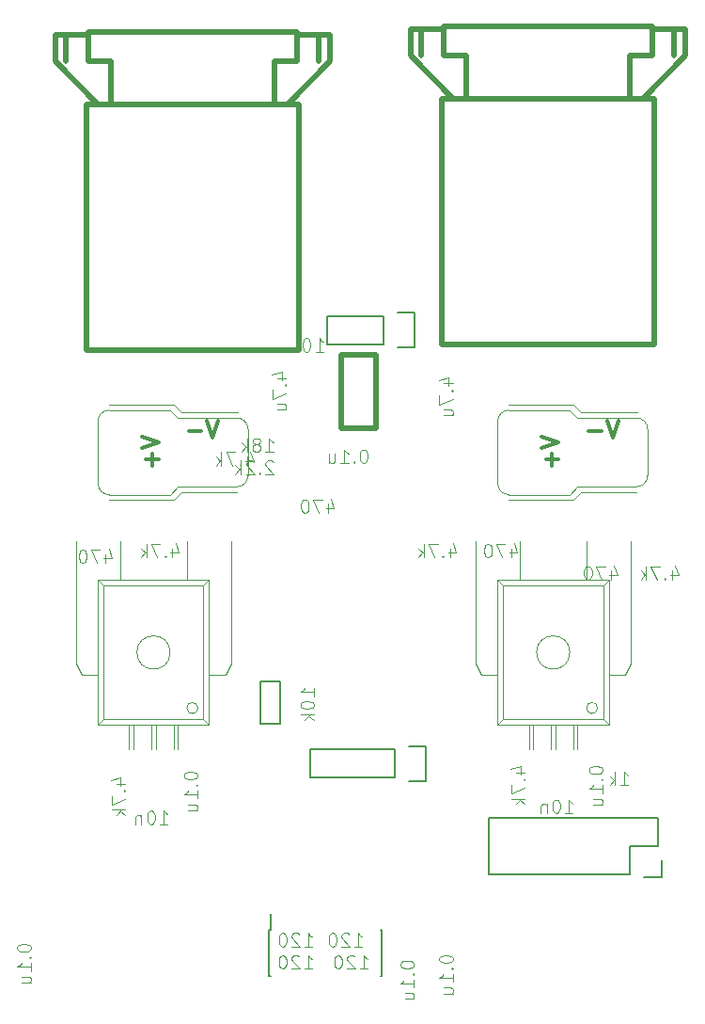
<source format=gbr>
G04 #@! TF.FileFunction,Legend,Bot*
%FSLAX46Y46*%
G04 Gerber Fmt 4.6, Leading zero omitted, Abs format (unit mm)*
G04 Created by KiCad (PCBNEW 4.0.5) date 02/09/17 17:45:46*
%MOMM*%
%LPD*%
G01*
G04 APERTURE LIST*
%ADD10C,0.100000*%
%ADD11C,0.500000*%
%ADD12C,0.150000*%
%ADD13C,0.101600*%
%ADD14C,0.304800*%
G04 APERTURE END LIST*
D10*
D11*
X48600000Y11700000D02*
X48600000Y14100000D01*
X47700000Y14100000D02*
X47700000Y11700000D01*
X50600000Y14100000D02*
X47700000Y14100000D01*
X72400000Y14100000D02*
X72400000Y11700000D01*
X71400000Y11700000D02*
X71400000Y14100000D01*
X69400000Y14100000D02*
X72400000Y14100000D01*
X50600000Y14300000D02*
X69400000Y14300000D01*
X72400000Y11700000D02*
X68600000Y7800000D01*
X47700000Y11700000D02*
X51500000Y7800000D01*
X52700000Y11700000D02*
X52700000Y7800000D01*
X67400000Y11700000D02*
X67400000Y7800000D01*
X69400000Y11700000D02*
X67400000Y11700000D01*
X69400000Y11700000D02*
X69400000Y14300000D01*
X50600000Y11700000D02*
X52700000Y11700000D01*
X50600000Y11700000D02*
X50600000Y14300000D01*
X50500000Y-14300000D02*
X69600000Y-14300000D01*
X69600000Y-14300000D02*
X69600000Y7800000D01*
X69600000Y7800000D02*
X50500000Y7800000D01*
X50500000Y-14300000D02*
X50500000Y7800000D01*
X16600000Y11200000D02*
X16600000Y13600000D01*
X15700000Y13600000D02*
X15700000Y11200000D01*
X18600000Y13600000D02*
X15700000Y13600000D01*
X40400000Y13600000D02*
X40400000Y11200000D01*
X39400000Y11200000D02*
X39400000Y13600000D01*
X37400000Y13600000D02*
X40400000Y13600000D01*
X18600000Y13800000D02*
X37400000Y13800000D01*
X40400000Y11200000D02*
X36600000Y7300000D01*
X15700000Y11200000D02*
X19500000Y7300000D01*
X20700000Y11200000D02*
X20700000Y7300000D01*
X35400000Y11200000D02*
X35400000Y7300000D01*
X37400000Y11200000D02*
X35400000Y11200000D01*
X37400000Y11200000D02*
X37400000Y13800000D01*
X18600000Y11200000D02*
X20700000Y11200000D01*
X18600000Y11200000D02*
X18600000Y13800000D01*
X18500000Y-14800000D02*
X37600000Y-14800000D01*
X37600000Y-14800000D02*
X37600000Y7300000D01*
X37600000Y7300000D02*
X18500000Y7300000D01*
X18500000Y-14800000D02*
X18500000Y7300000D01*
D10*
X29000000Y-48000000D02*
X29000000Y-36000000D01*
X20000000Y-48000000D02*
X29000000Y-48000000D01*
X29000000Y-48000000D02*
X29500000Y-48500000D01*
X20000000Y-36000000D02*
X20000000Y-48000000D01*
X20000000Y-48000000D02*
X19500000Y-48500000D01*
X20000000Y-36000000D02*
X19500000Y-35500000D01*
X29000000Y-36000000D02*
X20000000Y-36000000D01*
X29500000Y-35500000D02*
X29000000Y-36000000D01*
X17500000Y-43000000D02*
X17500000Y-32000000D01*
X18000000Y-44000000D02*
X19500000Y-44000000D01*
X18000000Y-44000000D02*
X17500000Y-43000000D01*
X31500000Y-43000000D02*
X31500000Y-32000000D01*
X31000000Y-44000000D02*
X29500000Y-44000000D01*
X31500000Y-43000000D02*
X31000000Y-44000000D01*
X28500000Y-47000000D02*
G75*
G03X28500000Y-47000000I-500000J0D01*
G01*
X26000000Y-42000000D02*
G75*
G03X26000000Y-42000000I-1500000J0D01*
G01*
X22300000Y-48500000D02*
X22300000Y-50700000D01*
X22700000Y-48500000D02*
X22700000Y-50700000D01*
X26300000Y-48500000D02*
X26300000Y-50700000D01*
X26700000Y-48500000D02*
X26700000Y-50700000D01*
X24300000Y-48500000D02*
X24300000Y-50700000D01*
X24700000Y-48500000D02*
X24700000Y-50700000D01*
X21500000Y-32000000D02*
X21500000Y-35500000D01*
X27500000Y-32000000D02*
X27500000Y-35500000D01*
X19500000Y-48500000D02*
X29500000Y-48500000D01*
X29500000Y-35500000D02*
X19500000Y-35500000D01*
X29500000Y-35500000D02*
X29500000Y-48500000D01*
X19500000Y-35500000D02*
X19500000Y-48500000D01*
X65000000Y-48000000D02*
X65000000Y-36000000D01*
X56000000Y-48000000D02*
X65000000Y-48000000D01*
X65000000Y-48000000D02*
X65500000Y-48500000D01*
X56000000Y-36000000D02*
X56000000Y-48000000D01*
X56000000Y-48000000D02*
X55500000Y-48500000D01*
X56000000Y-36000000D02*
X55500000Y-35500000D01*
X65000000Y-36000000D02*
X56000000Y-36000000D01*
X65500000Y-35500000D02*
X65000000Y-36000000D01*
X53500000Y-43000000D02*
X53500000Y-32000000D01*
X54000000Y-44000000D02*
X55500000Y-44000000D01*
X54000000Y-44000000D02*
X53500000Y-43000000D01*
X67500000Y-43000000D02*
X67500000Y-32000000D01*
X67000000Y-44000000D02*
X65500000Y-44000000D01*
X67500000Y-43000000D02*
X67000000Y-44000000D01*
X64500000Y-47000000D02*
G75*
G03X64500000Y-47000000I-500000J0D01*
G01*
X62000000Y-42000000D02*
G75*
G03X62000000Y-42000000I-1500000J0D01*
G01*
X58300000Y-48500000D02*
X58300000Y-50700000D01*
X58700000Y-48500000D02*
X58700000Y-50700000D01*
X62300000Y-48500000D02*
X62300000Y-50700000D01*
X62700000Y-48500000D02*
X62700000Y-50700000D01*
X60300000Y-48500000D02*
X60300000Y-50700000D01*
X60700000Y-48500000D02*
X60700000Y-50700000D01*
X57500000Y-32000000D02*
X57500000Y-35500000D01*
X63500000Y-32000000D02*
X63500000Y-35500000D01*
X55500000Y-48500000D02*
X65500000Y-48500000D01*
X65500000Y-35500000D02*
X55500000Y-35500000D01*
X65500000Y-35500000D02*
X65500000Y-48500000D01*
X55500000Y-35500000D02*
X55500000Y-48500000D01*
D12*
X46230000Y-53270000D02*
X38610000Y-53270000D01*
X46230000Y-50730000D02*
X38610000Y-50730000D01*
X49050000Y-50450000D02*
X47500000Y-50450000D01*
X38610000Y-53270000D02*
X38610000Y-50730000D01*
X46230000Y-50730000D02*
X46230000Y-53270000D01*
X47500000Y-53550000D02*
X49050000Y-53550000D01*
X49050000Y-53550000D02*
X49050000Y-50450000D01*
X54730000Y-56890000D02*
X69970000Y-56890000D01*
X67430000Y-61970000D02*
X54730000Y-61970000D01*
X54730000Y-56890000D02*
X54730000Y-61970000D01*
X69970000Y-56890000D02*
X69970000Y-59430000D01*
X70250000Y-60700000D02*
X70250000Y-62250000D01*
X69970000Y-59430000D02*
X67430000Y-59430000D01*
X67430000Y-59430000D02*
X67430000Y-61970000D01*
X70250000Y-62250000D02*
X68700000Y-62250000D01*
D11*
X44500000Y-15200000D02*
X41400000Y-15200000D01*
X44500000Y-21800000D02*
X41400000Y-21800000D01*
X41400000Y-21800000D02*
X41400000Y-15200000D01*
X44500000Y-21800000D02*
X44500000Y-15200000D01*
D12*
X35889000Y-44595000D02*
X35889000Y-48405000D01*
X35889000Y-48405000D02*
X34111000Y-48405000D01*
X34111000Y-48405000D02*
X34111000Y-44595000D01*
X35889000Y-44595000D02*
X34111000Y-44595000D01*
X34925000Y-66925000D02*
X35030000Y-66925000D01*
X34925000Y-71075000D02*
X35030000Y-71075000D01*
X45075000Y-71075000D02*
X44970000Y-71075000D01*
X45075000Y-66925000D02*
X44970000Y-66925000D01*
X34925000Y-66925000D02*
X34925000Y-71075000D01*
X45075000Y-66925000D02*
X45075000Y-71075000D01*
X35030000Y-66925000D02*
X35030000Y-65550000D01*
D10*
X20500000Y-28300000D02*
X26300000Y-28300000D01*
X32000000Y-27600000D02*
X27000000Y-27600000D01*
X32100000Y-20400000D02*
X27000000Y-20400000D01*
X20500000Y-19700000D02*
X26300000Y-19700000D01*
X20500000Y-20200000D02*
X26000000Y-20200000D01*
X19500000Y-26800000D02*
X19500000Y-21200000D01*
X26000000Y-27800000D02*
X20500000Y-27800000D01*
X32000000Y-27100000D02*
X26700000Y-27100000D01*
X32000000Y-20900000D02*
X26700000Y-20900000D01*
X33000000Y-26100000D02*
X33000000Y-21900000D01*
X33000000Y-26100000D02*
G75*
G02X32000000Y-27100000I-1000000J0D01*
G01*
X32000000Y-20900000D02*
G75*
G02X33000000Y-21900000I0J-1000000D01*
G01*
X20500000Y-27800000D02*
G75*
G02X19500000Y-26800000I0J1000000D01*
G01*
X19500000Y-21200000D02*
G75*
G02X20500000Y-20200000I1000000J0D01*
G01*
X26300000Y-19700000D02*
X27000000Y-20400000D01*
X26300000Y-28300000D02*
X27000000Y-27600000D01*
X26000000Y-27800000D02*
X26700000Y-27100000D01*
X26000000Y-20200000D02*
X26700000Y-20900000D01*
X56500000Y-28300000D02*
X62300000Y-28300000D01*
X68000000Y-27600000D02*
X63000000Y-27600000D01*
X68100000Y-20400000D02*
X63000000Y-20400000D01*
X56500000Y-19700000D02*
X62300000Y-19700000D01*
X56500000Y-20200000D02*
X62000000Y-20200000D01*
X55500000Y-26800000D02*
X55500000Y-21200000D01*
X62000000Y-27800000D02*
X56500000Y-27800000D01*
X68000000Y-27100000D02*
X62700000Y-27100000D01*
X68000000Y-20900000D02*
X62700000Y-20900000D01*
X69000000Y-26100000D02*
X69000000Y-21900000D01*
X69000000Y-26100000D02*
G75*
G02X68000000Y-27100000I-1000000J0D01*
G01*
X68000000Y-20900000D02*
G75*
G02X69000000Y-21900000I0J-1000000D01*
G01*
X56500000Y-27800000D02*
G75*
G02X55500000Y-26800000I0J1000000D01*
G01*
X55500000Y-21200000D02*
G75*
G02X56500000Y-20200000I1000000J0D01*
G01*
X62300000Y-19700000D02*
X63000000Y-20400000D01*
X62300000Y-28300000D02*
X63000000Y-27600000D01*
X62000000Y-27800000D02*
X62700000Y-27100000D01*
X62000000Y-20200000D02*
X62700000Y-20900000D01*
D12*
X45230000Y-14270000D02*
X40150000Y-14270000D01*
X40150000Y-14270000D02*
X40150000Y-11730000D01*
X40150000Y-11730000D02*
X45230000Y-11730000D01*
X48050000Y-11450000D02*
X46500000Y-11450000D01*
X45230000Y-11730000D02*
X45230000Y-14270000D01*
X46500000Y-14550000D02*
X48050000Y-14550000D01*
X48050000Y-14550000D02*
X48050000Y-11450000D01*
D13*
X50236048Y-69517071D02*
X50236048Y-69631976D01*
X50293500Y-69746881D01*
X50350952Y-69804333D01*
X50465857Y-69861786D01*
X50695667Y-69919238D01*
X50982929Y-69919238D01*
X51212738Y-69861786D01*
X51327643Y-69804333D01*
X51385095Y-69746881D01*
X51442548Y-69631976D01*
X51442548Y-69517071D01*
X51385095Y-69402167D01*
X51327643Y-69344714D01*
X51212738Y-69287262D01*
X50982929Y-69229810D01*
X50695667Y-69229810D01*
X50465857Y-69287262D01*
X50350952Y-69344714D01*
X50293500Y-69402167D01*
X50236048Y-69517071D01*
X51327643Y-70436310D02*
X51385095Y-70493762D01*
X51442548Y-70436310D01*
X51385095Y-70378858D01*
X51327643Y-70436310D01*
X51442548Y-70436310D01*
X51442548Y-71642810D02*
X51442548Y-70953382D01*
X51442548Y-71298096D02*
X50236048Y-71298096D01*
X50408405Y-71183191D01*
X50523310Y-71068286D01*
X50580762Y-70953382D01*
X50638214Y-72676953D02*
X51442548Y-72676953D01*
X50638214Y-72159882D02*
X51270190Y-72159882D01*
X51385095Y-72217334D01*
X51442548Y-72332239D01*
X51442548Y-72504596D01*
X51385095Y-72619501D01*
X51327643Y-72676953D01*
X27236048Y-53017071D02*
X27236048Y-53131976D01*
X27293500Y-53246881D01*
X27350952Y-53304333D01*
X27465857Y-53361786D01*
X27695667Y-53419238D01*
X27982929Y-53419238D01*
X28212738Y-53361786D01*
X28327643Y-53304333D01*
X28385095Y-53246881D01*
X28442548Y-53131976D01*
X28442548Y-53017071D01*
X28385095Y-52902167D01*
X28327643Y-52844714D01*
X28212738Y-52787262D01*
X27982929Y-52729810D01*
X27695667Y-52729810D01*
X27465857Y-52787262D01*
X27350952Y-52844714D01*
X27293500Y-52902167D01*
X27236048Y-53017071D01*
X28327643Y-53936310D02*
X28385095Y-53993762D01*
X28442548Y-53936310D01*
X28385095Y-53878858D01*
X28327643Y-53936310D01*
X28442548Y-53936310D01*
X28442548Y-55142810D02*
X28442548Y-54453382D01*
X28442548Y-54798096D02*
X27236048Y-54798096D01*
X27408405Y-54683191D01*
X27523310Y-54568286D01*
X27580762Y-54453382D01*
X27638214Y-56176953D02*
X28442548Y-56176953D01*
X27638214Y-55659882D02*
X28270190Y-55659882D01*
X28385095Y-55717334D01*
X28442548Y-55832239D01*
X28442548Y-56004596D01*
X28385095Y-56119501D01*
X28327643Y-56176953D01*
X46736048Y-70017071D02*
X46736048Y-70131976D01*
X46793500Y-70246881D01*
X46850952Y-70304333D01*
X46965857Y-70361786D01*
X47195667Y-70419238D01*
X47482929Y-70419238D01*
X47712738Y-70361786D01*
X47827643Y-70304333D01*
X47885095Y-70246881D01*
X47942548Y-70131976D01*
X47942548Y-70017071D01*
X47885095Y-69902167D01*
X47827643Y-69844714D01*
X47712738Y-69787262D01*
X47482929Y-69729810D01*
X47195667Y-69729810D01*
X46965857Y-69787262D01*
X46850952Y-69844714D01*
X46793500Y-69902167D01*
X46736048Y-70017071D01*
X47827643Y-70936310D02*
X47885095Y-70993762D01*
X47942548Y-70936310D01*
X47885095Y-70878858D01*
X47827643Y-70936310D01*
X47942548Y-70936310D01*
X47942548Y-72142810D02*
X47942548Y-71453382D01*
X47942548Y-71798096D02*
X46736048Y-71798096D01*
X46908405Y-71683191D01*
X47023310Y-71568286D01*
X47080762Y-71453382D01*
X47138214Y-73176953D02*
X47942548Y-73176953D01*
X47138214Y-72659882D02*
X47770190Y-72659882D01*
X47885095Y-72717334D01*
X47942548Y-72832239D01*
X47942548Y-73004596D01*
X47885095Y-73119501D01*
X47827643Y-73176953D01*
X63736048Y-52517071D02*
X63736048Y-52631976D01*
X63793500Y-52746881D01*
X63850952Y-52804333D01*
X63965857Y-52861786D01*
X64195667Y-52919238D01*
X64482929Y-52919238D01*
X64712738Y-52861786D01*
X64827643Y-52804333D01*
X64885095Y-52746881D01*
X64942548Y-52631976D01*
X64942548Y-52517071D01*
X64885095Y-52402167D01*
X64827643Y-52344714D01*
X64712738Y-52287262D01*
X64482929Y-52229810D01*
X64195667Y-52229810D01*
X63965857Y-52287262D01*
X63850952Y-52344714D01*
X63793500Y-52402167D01*
X63736048Y-52517071D01*
X64827643Y-53436310D02*
X64885095Y-53493762D01*
X64942548Y-53436310D01*
X64885095Y-53378858D01*
X64827643Y-53436310D01*
X64942548Y-53436310D01*
X64942548Y-54642810D02*
X64942548Y-53953382D01*
X64942548Y-54298096D02*
X63736048Y-54298096D01*
X63908405Y-54183191D01*
X64023310Y-54068286D01*
X64080762Y-53953382D01*
X64138214Y-55676953D02*
X64942548Y-55676953D01*
X64138214Y-55159882D02*
X64770190Y-55159882D01*
X64885095Y-55217334D01*
X64942548Y-55332239D01*
X64942548Y-55504596D01*
X64885095Y-55619501D01*
X64827643Y-55676953D01*
X12236048Y-68517071D02*
X12236048Y-68631976D01*
X12293500Y-68746881D01*
X12350952Y-68804333D01*
X12465857Y-68861786D01*
X12695667Y-68919238D01*
X12982929Y-68919238D01*
X13212738Y-68861786D01*
X13327643Y-68804333D01*
X13385095Y-68746881D01*
X13442548Y-68631976D01*
X13442548Y-68517071D01*
X13385095Y-68402167D01*
X13327643Y-68344714D01*
X13212738Y-68287262D01*
X12982929Y-68229810D01*
X12695667Y-68229810D01*
X12465857Y-68287262D01*
X12350952Y-68344714D01*
X12293500Y-68402167D01*
X12236048Y-68517071D01*
X13327643Y-69436310D02*
X13385095Y-69493762D01*
X13442548Y-69436310D01*
X13385095Y-69378858D01*
X13327643Y-69436310D01*
X13442548Y-69436310D01*
X13442548Y-70642810D02*
X13442548Y-69953382D01*
X13442548Y-70298096D02*
X12236048Y-70298096D01*
X12408405Y-70183191D01*
X12523310Y-70068286D01*
X12580762Y-69953382D01*
X12638214Y-71676953D02*
X13442548Y-71676953D01*
X12638214Y-71159882D02*
X13270190Y-71159882D01*
X13385095Y-71217334D01*
X13442548Y-71332239D01*
X13442548Y-71504596D01*
X13385095Y-71619501D01*
X13327643Y-71676953D01*
X25080762Y-57442548D02*
X25770190Y-57442548D01*
X25425476Y-57442548D02*
X25425476Y-56236048D01*
X25540381Y-56408405D01*
X25655286Y-56523310D01*
X25770190Y-56580762D01*
X24333881Y-56236048D02*
X24218976Y-56236048D01*
X24104071Y-56293500D01*
X24046619Y-56350952D01*
X23989166Y-56465857D01*
X23931714Y-56695667D01*
X23931714Y-56982929D01*
X23989166Y-57212738D01*
X24046619Y-57327643D01*
X24104071Y-57385095D01*
X24218976Y-57442548D01*
X24333881Y-57442548D01*
X24448785Y-57385095D01*
X24506238Y-57327643D01*
X24563690Y-57212738D01*
X24621142Y-56982929D01*
X24621142Y-56695667D01*
X24563690Y-56465857D01*
X24506238Y-56350952D01*
X24448785Y-56293500D01*
X24333881Y-56236048D01*
X23414642Y-56638214D02*
X23414642Y-57442548D01*
X23414642Y-56753119D02*
X23357190Y-56695667D01*
X23242285Y-56638214D01*
X23069928Y-56638214D01*
X22955023Y-56695667D01*
X22897571Y-56810571D01*
X22897571Y-57442548D01*
X61580762Y-56442548D02*
X62270190Y-56442548D01*
X61925476Y-56442548D02*
X61925476Y-55236048D01*
X62040381Y-55408405D01*
X62155286Y-55523310D01*
X62270190Y-55580762D01*
X60833881Y-55236048D02*
X60718976Y-55236048D01*
X60604071Y-55293500D01*
X60546619Y-55350952D01*
X60489166Y-55465857D01*
X60431714Y-55695667D01*
X60431714Y-55982929D01*
X60489166Y-56212738D01*
X60546619Y-56327643D01*
X60604071Y-56385095D01*
X60718976Y-56442548D01*
X60833881Y-56442548D01*
X60948785Y-56385095D01*
X61006238Y-56327643D01*
X61063690Y-56212738D01*
X61121142Y-55982929D01*
X61121142Y-55695667D01*
X61063690Y-55465857D01*
X61006238Y-55350952D01*
X60948785Y-55293500D01*
X60833881Y-55236048D01*
X59914642Y-55638214D02*
X59914642Y-56442548D01*
X59914642Y-55753119D02*
X59857190Y-55695667D01*
X59742285Y-55638214D01*
X59569928Y-55638214D01*
X59455023Y-55695667D01*
X59397571Y-55810571D01*
X59397571Y-56442548D01*
X38080762Y-68442548D02*
X38770190Y-68442548D01*
X38425476Y-68442548D02*
X38425476Y-67236048D01*
X38540381Y-67408405D01*
X38655286Y-67523310D01*
X38770190Y-67580762D01*
X37621142Y-67350952D02*
X37563690Y-67293500D01*
X37448785Y-67236048D01*
X37161523Y-67236048D01*
X37046619Y-67293500D01*
X36989166Y-67350952D01*
X36931714Y-67465857D01*
X36931714Y-67580762D01*
X36989166Y-67753119D01*
X37678595Y-68442548D01*
X36931714Y-68442548D01*
X36184833Y-67236048D02*
X36069928Y-67236048D01*
X35955023Y-67293500D01*
X35897571Y-67350952D01*
X35840118Y-67465857D01*
X35782666Y-67695667D01*
X35782666Y-67982929D01*
X35840118Y-68212738D01*
X35897571Y-68327643D01*
X35955023Y-68385095D01*
X36069928Y-68442548D01*
X36184833Y-68442548D01*
X36299737Y-68385095D01*
X36357190Y-68327643D01*
X36414642Y-68212738D01*
X36472094Y-67982929D01*
X36472094Y-67695667D01*
X36414642Y-67465857D01*
X36357190Y-67350952D01*
X36299737Y-67293500D01*
X36184833Y-67236048D01*
X42580762Y-68442548D02*
X43270190Y-68442548D01*
X42925476Y-68442548D02*
X42925476Y-67236048D01*
X43040381Y-67408405D01*
X43155286Y-67523310D01*
X43270190Y-67580762D01*
X42121142Y-67350952D02*
X42063690Y-67293500D01*
X41948785Y-67236048D01*
X41661523Y-67236048D01*
X41546619Y-67293500D01*
X41489166Y-67350952D01*
X41431714Y-67465857D01*
X41431714Y-67580762D01*
X41489166Y-67753119D01*
X42178595Y-68442548D01*
X41431714Y-68442548D01*
X40684833Y-67236048D02*
X40569928Y-67236048D01*
X40455023Y-67293500D01*
X40397571Y-67350952D01*
X40340118Y-67465857D01*
X40282666Y-67695667D01*
X40282666Y-67982929D01*
X40340118Y-68212738D01*
X40397571Y-68327643D01*
X40455023Y-68385095D01*
X40569928Y-68442548D01*
X40684833Y-68442548D01*
X40799737Y-68385095D01*
X40857190Y-68327643D01*
X40914642Y-68212738D01*
X40972094Y-67982929D01*
X40972094Y-67695667D01*
X40914642Y-67465857D01*
X40857190Y-67350952D01*
X40799737Y-67293500D01*
X40684833Y-67236048D01*
X38080762Y-70442548D02*
X38770190Y-70442548D01*
X38425476Y-70442548D02*
X38425476Y-69236048D01*
X38540381Y-69408405D01*
X38655286Y-69523310D01*
X38770190Y-69580762D01*
X37621142Y-69350952D02*
X37563690Y-69293500D01*
X37448785Y-69236048D01*
X37161523Y-69236048D01*
X37046619Y-69293500D01*
X36989166Y-69350952D01*
X36931714Y-69465857D01*
X36931714Y-69580762D01*
X36989166Y-69753119D01*
X37678595Y-70442548D01*
X36931714Y-70442548D01*
X36184833Y-69236048D02*
X36069928Y-69236048D01*
X35955023Y-69293500D01*
X35897571Y-69350952D01*
X35840118Y-69465857D01*
X35782666Y-69695667D01*
X35782666Y-69982929D01*
X35840118Y-70212738D01*
X35897571Y-70327643D01*
X35955023Y-70385095D01*
X36069928Y-70442548D01*
X36184833Y-70442548D01*
X36299737Y-70385095D01*
X36357190Y-70327643D01*
X36414642Y-70212738D01*
X36472094Y-69982929D01*
X36472094Y-69695667D01*
X36414642Y-69465857D01*
X36357190Y-69350952D01*
X36299737Y-69293500D01*
X36184833Y-69236048D01*
X43080762Y-70442548D02*
X43770190Y-70442548D01*
X43425476Y-70442548D02*
X43425476Y-69236048D01*
X43540381Y-69408405D01*
X43655286Y-69523310D01*
X43770190Y-69580762D01*
X42621142Y-69350952D02*
X42563690Y-69293500D01*
X42448785Y-69236048D01*
X42161523Y-69236048D01*
X42046619Y-69293500D01*
X41989166Y-69350952D01*
X41931714Y-69465857D01*
X41931714Y-69580762D01*
X41989166Y-69753119D01*
X42678595Y-70442548D01*
X41931714Y-70442548D01*
X41184833Y-69236048D02*
X41069928Y-69236048D01*
X40955023Y-69293500D01*
X40897571Y-69350952D01*
X40840118Y-69465857D01*
X40782666Y-69695667D01*
X40782666Y-69982929D01*
X40840118Y-70212738D01*
X40897571Y-70327643D01*
X40955023Y-70385095D01*
X41069928Y-70442548D01*
X41184833Y-70442548D01*
X41299737Y-70385095D01*
X41357190Y-70327643D01*
X41414642Y-70212738D01*
X41472094Y-69982929D01*
X41472094Y-69695667D01*
X41414642Y-69465857D01*
X41357190Y-69350952D01*
X41299737Y-69293500D01*
X41184833Y-69236048D01*
X21138214Y-53804333D02*
X21942548Y-53804333D01*
X20678595Y-53517071D02*
X21540381Y-53229810D01*
X21540381Y-53976690D01*
X21827643Y-54436310D02*
X21885095Y-54493762D01*
X21942548Y-54436310D01*
X21885095Y-54378858D01*
X21827643Y-54436310D01*
X21942548Y-54436310D01*
X20736048Y-54895929D02*
X20736048Y-55700262D01*
X21942548Y-55183191D01*
X21942548Y-56159882D02*
X20736048Y-56159882D01*
X21482929Y-56274787D02*
X21942548Y-56619501D01*
X21138214Y-56619501D02*
X21597833Y-56159882D01*
X57138214Y-52804333D02*
X57942548Y-52804333D01*
X56678595Y-52517071D02*
X57540381Y-52229810D01*
X57540381Y-52976690D01*
X57827643Y-53436310D02*
X57885095Y-53493762D01*
X57942548Y-53436310D01*
X57885095Y-53378858D01*
X57827643Y-53436310D01*
X57942548Y-53436310D01*
X56736048Y-53895929D02*
X56736048Y-54700262D01*
X57942548Y-54183191D01*
X57942548Y-55159882D02*
X56736048Y-55159882D01*
X57482929Y-55274787D02*
X57942548Y-55619501D01*
X57138214Y-55619501D02*
X57597833Y-55159882D01*
X43482929Y-23736048D02*
X43368024Y-23736048D01*
X43253119Y-23793500D01*
X43195667Y-23850952D01*
X43138214Y-23965857D01*
X43080762Y-24195667D01*
X43080762Y-24482929D01*
X43138214Y-24712738D01*
X43195667Y-24827643D01*
X43253119Y-24885095D01*
X43368024Y-24942548D01*
X43482929Y-24942548D01*
X43597833Y-24885095D01*
X43655286Y-24827643D01*
X43712738Y-24712738D01*
X43770190Y-24482929D01*
X43770190Y-24195667D01*
X43712738Y-23965857D01*
X43655286Y-23850952D01*
X43597833Y-23793500D01*
X43482929Y-23736048D01*
X42563690Y-24827643D02*
X42506238Y-24885095D01*
X42563690Y-24942548D01*
X42621142Y-24885095D01*
X42563690Y-24827643D01*
X42563690Y-24942548D01*
X41357190Y-24942548D02*
X42046618Y-24942548D01*
X41701904Y-24942548D02*
X41701904Y-23736048D01*
X41816809Y-23908405D01*
X41931714Y-24023310D01*
X42046618Y-24080762D01*
X40323047Y-24138214D02*
X40323047Y-24942548D01*
X40840118Y-24138214D02*
X40840118Y-24770190D01*
X40782666Y-24885095D01*
X40667761Y-24942548D01*
X40495404Y-24942548D01*
X40380499Y-24885095D01*
X40323047Y-24827643D01*
X34580762Y-23942548D02*
X35270190Y-23942548D01*
X34925476Y-23942548D02*
X34925476Y-22736048D01*
X35040381Y-22908405D01*
X35155286Y-23023310D01*
X35270190Y-23080762D01*
X33891333Y-23253119D02*
X34006238Y-23195667D01*
X34063690Y-23138214D01*
X34121142Y-23023310D01*
X34121142Y-22965857D01*
X34063690Y-22850952D01*
X34006238Y-22793500D01*
X33891333Y-22736048D01*
X33661523Y-22736048D01*
X33546619Y-22793500D01*
X33489166Y-22850952D01*
X33431714Y-22965857D01*
X33431714Y-23023310D01*
X33489166Y-23138214D01*
X33546619Y-23195667D01*
X33661523Y-23253119D01*
X33891333Y-23253119D01*
X34006238Y-23310571D01*
X34063690Y-23368024D01*
X34121142Y-23482929D01*
X34121142Y-23712738D01*
X34063690Y-23827643D01*
X34006238Y-23885095D01*
X33891333Y-23942548D01*
X33661523Y-23942548D01*
X33546619Y-23885095D01*
X33489166Y-23827643D01*
X33431714Y-23712738D01*
X33431714Y-23482929D01*
X33489166Y-23368024D01*
X33546619Y-23310571D01*
X33661523Y-23253119D01*
X32914642Y-23942548D02*
X32914642Y-22736048D01*
X32799737Y-23482929D02*
X32455023Y-23942548D01*
X32455023Y-23138214D02*
X32914642Y-23597833D01*
X35270190Y-24850952D02*
X35212738Y-24793500D01*
X35097833Y-24736048D01*
X34810571Y-24736048D01*
X34695667Y-24793500D01*
X34638214Y-24850952D01*
X34580762Y-24965857D01*
X34580762Y-25080762D01*
X34638214Y-25253119D01*
X35327643Y-25942548D01*
X34580762Y-25942548D01*
X34063690Y-25827643D02*
X34006238Y-25885095D01*
X34063690Y-25942548D01*
X34121142Y-25885095D01*
X34063690Y-25827643D01*
X34063690Y-25942548D01*
X33546618Y-24850952D02*
X33489166Y-24793500D01*
X33374261Y-24736048D01*
X33086999Y-24736048D01*
X32972095Y-24793500D01*
X32914642Y-24850952D01*
X32857190Y-24965857D01*
X32857190Y-25080762D01*
X32914642Y-25253119D01*
X33604071Y-25942548D01*
X32857190Y-25942548D01*
X32340118Y-25942548D02*
X32340118Y-24736048D01*
X32225213Y-25482929D02*
X31880499Y-25942548D01*
X31880499Y-25138214D02*
X32340118Y-25597833D01*
X38942548Y-45919238D02*
X38942548Y-45229810D01*
X38942548Y-45574524D02*
X37736048Y-45574524D01*
X37908405Y-45459619D01*
X38023310Y-45344714D01*
X38080762Y-45229810D01*
X37736048Y-46666119D02*
X37736048Y-46781024D01*
X37793500Y-46895929D01*
X37850952Y-46953381D01*
X37965857Y-47010834D01*
X38195667Y-47068286D01*
X38482929Y-47068286D01*
X38712738Y-47010834D01*
X38827643Y-46953381D01*
X38885095Y-46895929D01*
X38942548Y-46781024D01*
X38942548Y-46666119D01*
X38885095Y-46551215D01*
X38827643Y-46493762D01*
X38712738Y-46436310D01*
X38482929Y-46378858D01*
X38195667Y-46378858D01*
X37965857Y-46436310D01*
X37850952Y-46493762D01*
X37793500Y-46551215D01*
X37736048Y-46666119D01*
X38942548Y-47585358D02*
X37736048Y-47585358D01*
X38482929Y-47700263D02*
X38942548Y-48044977D01*
X38138214Y-48044977D02*
X38597833Y-47585358D01*
X66580762Y-53942548D02*
X67270190Y-53942548D01*
X66925476Y-53942548D02*
X66925476Y-52736048D01*
X67040381Y-52908405D01*
X67155286Y-53023310D01*
X67270190Y-53080762D01*
X66063690Y-53942548D02*
X66063690Y-52736048D01*
X65948785Y-53482929D02*
X65604071Y-53942548D01*
X65604071Y-53138214D02*
X66063690Y-53597833D01*
X50638214Y-17804333D02*
X51442548Y-17804333D01*
X50178595Y-17517071D02*
X51040381Y-17229810D01*
X51040381Y-17976690D01*
X51327643Y-18436310D02*
X51385095Y-18493762D01*
X51442548Y-18436310D01*
X51385095Y-18378858D01*
X51327643Y-18436310D01*
X51442548Y-18436310D01*
X50236048Y-18895929D02*
X50236048Y-19700262D01*
X51442548Y-19183191D01*
X50638214Y-20676953D02*
X51442548Y-20676953D01*
X50638214Y-20159882D02*
X51270190Y-20159882D01*
X51385095Y-20217334D01*
X51442548Y-20332239D01*
X51442548Y-20504596D01*
X51385095Y-20619501D01*
X51327643Y-20676953D01*
X35638214Y-17304333D02*
X36442548Y-17304333D01*
X35178595Y-17017071D02*
X36040381Y-16729810D01*
X36040381Y-17476690D01*
X36327643Y-17936310D02*
X36385095Y-17993762D01*
X36442548Y-17936310D01*
X36385095Y-17878858D01*
X36327643Y-17936310D01*
X36442548Y-17936310D01*
X35236048Y-18395929D02*
X35236048Y-19200262D01*
X36442548Y-18683191D01*
X35638214Y-20176953D02*
X36442548Y-20176953D01*
X35638214Y-19659882D02*
X36270190Y-19659882D01*
X36385095Y-19717334D01*
X36442548Y-19832239D01*
X36442548Y-20004596D01*
X36385095Y-20119501D01*
X36327643Y-20176953D01*
X39080762Y-14942548D02*
X39770190Y-14942548D01*
X39425476Y-14942548D02*
X39425476Y-13736048D01*
X39540381Y-13908405D01*
X39655286Y-14023310D01*
X39770190Y-14080762D01*
X38333881Y-13736048D02*
X38218976Y-13736048D01*
X38104071Y-13793500D01*
X38046619Y-13850952D01*
X37989166Y-13965857D01*
X37931714Y-14195667D01*
X37931714Y-14482929D01*
X37989166Y-14712738D01*
X38046619Y-14827643D01*
X38104071Y-14885095D01*
X38218976Y-14942548D01*
X38333881Y-14942548D01*
X38448785Y-14885095D01*
X38506238Y-14827643D01*
X38563690Y-14712738D01*
X38621142Y-14482929D01*
X38621142Y-14195667D01*
X38563690Y-13965857D01*
X38506238Y-13850952D01*
X38448785Y-13793500D01*
X38333881Y-13736048D01*
D14*
X30351428Y-21165429D02*
X29843428Y-22689429D01*
X29335428Y-21165429D01*
X28827428Y-22108857D02*
X27666285Y-22108857D01*
X23465429Y-22548572D02*
X24989429Y-23056572D01*
X23465429Y-23564572D01*
X24408857Y-24072572D02*
X24408857Y-25233715D01*
X24989429Y-24653144D02*
X23828286Y-24653144D01*
X66351428Y-21165429D02*
X65843428Y-22689429D01*
X65335428Y-21165429D01*
X64827428Y-22108857D02*
X63666285Y-22108857D01*
X59465429Y-22548572D02*
X60989429Y-23056572D01*
X59465429Y-23564572D01*
X60408857Y-24072572D02*
X60408857Y-25233715D01*
X60989429Y-24653144D02*
X59828286Y-24653144D01*
D13*
X32945667Y-24388214D02*
X32945667Y-25192548D01*
X33232929Y-23928595D02*
X33520190Y-24790381D01*
X32773310Y-24790381D01*
X32313690Y-25077643D02*
X32256238Y-25135095D01*
X32313690Y-25192548D01*
X32371142Y-25135095D01*
X32313690Y-25077643D01*
X32313690Y-25192548D01*
X31854071Y-23986048D02*
X31049738Y-23986048D01*
X31566809Y-25192548D01*
X30590118Y-25192548D02*
X30590118Y-23986048D01*
X30475213Y-24732929D02*
X30130499Y-25192548D01*
X30130499Y-24388214D02*
X30590118Y-24847833D01*
X26195667Y-32638214D02*
X26195667Y-33442548D01*
X26482929Y-32178595D02*
X26770190Y-33040381D01*
X26023310Y-33040381D01*
X25563690Y-33327643D02*
X25506238Y-33385095D01*
X25563690Y-33442548D01*
X25621142Y-33385095D01*
X25563690Y-33327643D01*
X25563690Y-33442548D01*
X25104071Y-32236048D02*
X24299738Y-32236048D01*
X24816809Y-33442548D01*
X23840118Y-33442548D02*
X23840118Y-32236048D01*
X23725213Y-32982929D02*
X23380499Y-33442548D01*
X23380499Y-32638214D02*
X23840118Y-33097833D01*
X51195667Y-32638214D02*
X51195667Y-33442548D01*
X51482929Y-32178595D02*
X51770190Y-33040381D01*
X51023310Y-33040381D01*
X50563690Y-33327643D02*
X50506238Y-33385095D01*
X50563690Y-33442548D01*
X50621142Y-33385095D01*
X50563690Y-33327643D01*
X50563690Y-33442548D01*
X50104071Y-32236048D02*
X49299738Y-32236048D01*
X49816809Y-33442548D01*
X48840118Y-33442548D02*
X48840118Y-32236048D01*
X48725213Y-32982929D02*
X48380499Y-33442548D01*
X48380499Y-32638214D02*
X48840118Y-33097833D01*
X71195667Y-34638214D02*
X71195667Y-35442548D01*
X71482929Y-34178595D02*
X71770190Y-35040381D01*
X71023310Y-35040381D01*
X70563690Y-35327643D02*
X70506238Y-35385095D01*
X70563690Y-35442548D01*
X70621142Y-35385095D01*
X70563690Y-35327643D01*
X70563690Y-35442548D01*
X70104071Y-34236048D02*
X69299738Y-34236048D01*
X69816809Y-35442548D01*
X68840118Y-35442548D02*
X68840118Y-34236048D01*
X68725213Y-34982929D02*
X68380499Y-35442548D01*
X68380499Y-34638214D02*
X68840118Y-35097833D01*
X40195667Y-28638214D02*
X40195667Y-29442548D01*
X40482929Y-28178595D02*
X40770190Y-29040381D01*
X40023310Y-29040381D01*
X39678595Y-28236048D02*
X38874262Y-28236048D01*
X39391333Y-29442548D01*
X38184833Y-28236048D02*
X38069928Y-28236048D01*
X37955023Y-28293500D01*
X37897571Y-28350952D01*
X37840118Y-28465857D01*
X37782666Y-28695667D01*
X37782666Y-28982929D01*
X37840118Y-29212738D01*
X37897571Y-29327643D01*
X37955023Y-29385095D01*
X38069928Y-29442548D01*
X38184833Y-29442548D01*
X38299737Y-29385095D01*
X38357190Y-29327643D01*
X38414642Y-29212738D01*
X38472094Y-28982929D01*
X38472094Y-28695667D01*
X38414642Y-28465857D01*
X38357190Y-28350952D01*
X38299737Y-28293500D01*
X38184833Y-28236048D01*
X20195667Y-33138214D02*
X20195667Y-33942548D01*
X20482929Y-32678595D02*
X20770190Y-33540381D01*
X20023310Y-33540381D01*
X19678595Y-32736048D02*
X18874262Y-32736048D01*
X19391333Y-33942548D01*
X18184833Y-32736048D02*
X18069928Y-32736048D01*
X17955023Y-32793500D01*
X17897571Y-32850952D01*
X17840118Y-32965857D01*
X17782666Y-33195667D01*
X17782666Y-33482929D01*
X17840118Y-33712738D01*
X17897571Y-33827643D01*
X17955023Y-33885095D01*
X18069928Y-33942548D01*
X18184833Y-33942548D01*
X18299737Y-33885095D01*
X18357190Y-33827643D01*
X18414642Y-33712738D01*
X18472094Y-33482929D01*
X18472094Y-33195667D01*
X18414642Y-32965857D01*
X18357190Y-32850952D01*
X18299737Y-32793500D01*
X18184833Y-32736048D01*
X56695667Y-32638214D02*
X56695667Y-33442548D01*
X56982929Y-32178595D02*
X57270190Y-33040381D01*
X56523310Y-33040381D01*
X56178595Y-32236048D02*
X55374262Y-32236048D01*
X55891333Y-33442548D01*
X54684833Y-32236048D02*
X54569928Y-32236048D01*
X54455023Y-32293500D01*
X54397571Y-32350952D01*
X54340118Y-32465857D01*
X54282666Y-32695667D01*
X54282666Y-32982929D01*
X54340118Y-33212738D01*
X54397571Y-33327643D01*
X54455023Y-33385095D01*
X54569928Y-33442548D01*
X54684833Y-33442548D01*
X54799737Y-33385095D01*
X54857190Y-33327643D01*
X54914642Y-33212738D01*
X54972094Y-32982929D01*
X54972094Y-32695667D01*
X54914642Y-32465857D01*
X54857190Y-32350952D01*
X54799737Y-32293500D01*
X54684833Y-32236048D01*
X65695667Y-34638214D02*
X65695667Y-35442548D01*
X65982929Y-34178595D02*
X66270190Y-35040381D01*
X65523310Y-35040381D01*
X65178595Y-34236048D02*
X64374262Y-34236048D01*
X64891333Y-35442548D01*
X63684833Y-34236048D02*
X63569928Y-34236048D01*
X63455023Y-34293500D01*
X63397571Y-34350952D01*
X63340118Y-34465857D01*
X63282666Y-34695667D01*
X63282666Y-34982929D01*
X63340118Y-35212738D01*
X63397571Y-35327643D01*
X63455023Y-35385095D01*
X63569928Y-35442548D01*
X63684833Y-35442548D01*
X63799737Y-35385095D01*
X63857190Y-35327643D01*
X63914642Y-35212738D01*
X63972094Y-34982929D01*
X63972094Y-34695667D01*
X63914642Y-34465857D01*
X63857190Y-34350952D01*
X63799737Y-34293500D01*
X63684833Y-34236048D01*
M02*

</source>
